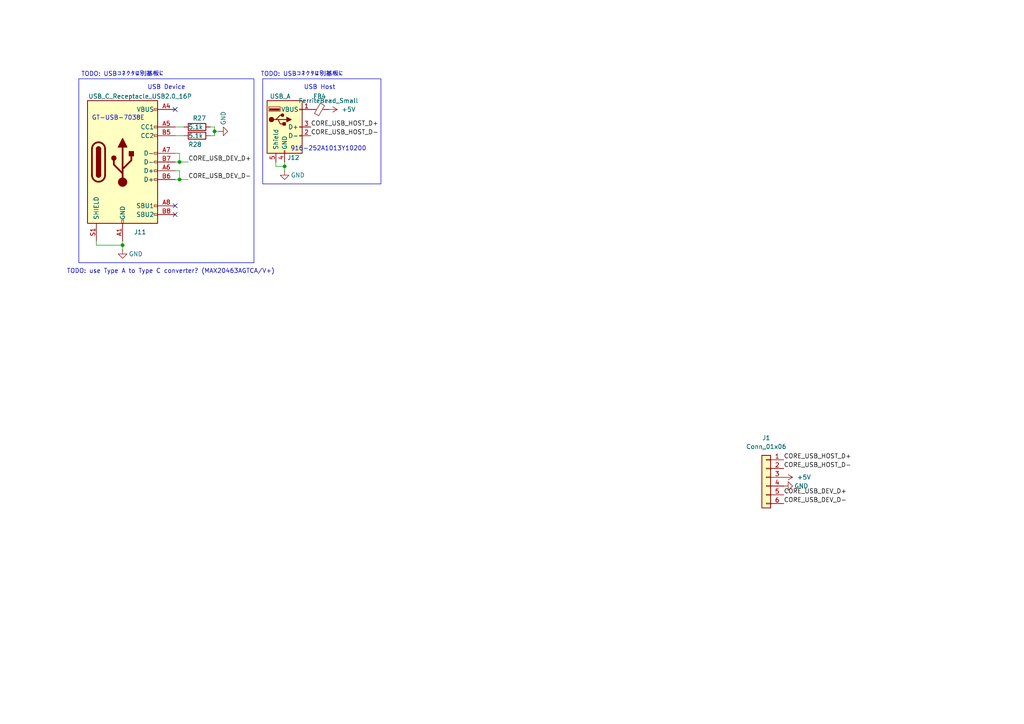
<source format=kicad_sch>
(kicad_sch
	(version 20250114)
	(generator "eeschema")
	(generator_version "9.0")
	(uuid "ac69fdb7-57fe-4d15-8dfd-e0ce770d99d6")
	(paper "A4")
	(lib_symbols
		(symbol "C_Quencer2-led-rescue:R-cqd_touch_pad"
			(pin_numbers
				(hide yes)
			)
			(pin_names
				(offset 0)
			)
			(exclude_from_sim no)
			(in_bom yes)
			(on_board yes)
			(property "Reference" "R"
				(at 2.032 0 90)
				(effects
					(font
						(size 1.27 1.27)
					)
				)
			)
			(property "Value" "cqd_touch_pad_R"
				(at 0 0 90)
				(effects
					(font
						(size 1.27 1.27)
					)
				)
			)
			(property "Footprint" ""
				(at -1.778 0 90)
				(effects
					(font
						(size 1.27 1.27)
					)
				)
			)
			(property "Datasheet" ""
				(at 0 0 0)
				(effects
					(font
						(size 1.27 1.27)
					)
				)
			)
			(property "Description" ""
				(at 0 0 0)
				(effects
					(font
						(size 1.27 1.27)
					)
					(hide yes)
				)
			)
			(property "ki_fp_filters" "R_* Resistor_*"
				(at 0 0 0)
				(effects
					(font
						(size 1.27 1.27)
					)
					(hide yes)
				)
			)
			(symbol "R-cqd_touch_pad_0_1"
				(rectangle
					(start -1.016 -2.54)
					(end 1.016 2.54)
					(stroke
						(width 0.254)
						(type solid)
					)
					(fill
						(type none)
					)
				)
			)
			(symbol "R-cqd_touch_pad_1_1"
				(pin passive line
					(at 0 3.81 270)
					(length 1.27)
					(name "~"
						(effects
							(font
								(size 1.27 1.27)
							)
						)
					)
					(number "1"
						(effects
							(font
								(size 1.27 1.27)
							)
						)
					)
				)
				(pin passive line
					(at 0 -3.81 90)
					(length 1.27)
					(name "~"
						(effects
							(font
								(size 1.27 1.27)
							)
						)
					)
					(number "2"
						(effects
							(font
								(size 1.27 1.27)
							)
						)
					)
				)
			)
			(embedded_fonts no)
		)
		(symbol "Connector:USB_A"
			(pin_names
				(offset 1.016)
			)
			(exclude_from_sim no)
			(in_bom yes)
			(on_board yes)
			(property "Reference" "J"
				(at -5.08 11.43 0)
				(effects
					(font
						(size 1.27 1.27)
					)
					(justify left)
				)
			)
			(property "Value" "USB_A"
				(at -5.08 8.89 0)
				(effects
					(font
						(size 1.27 1.27)
					)
					(justify left)
				)
			)
			(property "Footprint" ""
				(at 3.81 -1.27 0)
				(effects
					(font
						(size 1.27 1.27)
					)
					(hide yes)
				)
			)
			(property "Datasheet" "~"
				(at 3.81 -1.27 0)
				(effects
					(font
						(size 1.27 1.27)
					)
					(hide yes)
				)
			)
			(property "Description" "USB Type A connector"
				(at 0 0 0)
				(effects
					(font
						(size 1.27 1.27)
					)
					(hide yes)
				)
			)
			(property "ki_keywords" "connector USB"
				(at 0 0 0)
				(effects
					(font
						(size 1.27 1.27)
					)
					(hide yes)
				)
			)
			(property "ki_fp_filters" "USB*"
				(at 0 0 0)
				(effects
					(font
						(size 1.27 1.27)
					)
					(hide yes)
				)
			)
			(symbol "USB_A_0_1"
				(rectangle
					(start -5.08 -7.62)
					(end 5.08 7.62)
					(stroke
						(width 0.254)
						(type default)
					)
					(fill
						(type background)
					)
				)
				(circle
					(center -3.81 2.159)
					(radius 0.635)
					(stroke
						(width 0.254)
						(type default)
					)
					(fill
						(type outline)
					)
				)
				(polyline
					(pts
						(xy -3.175 2.159) (xy -2.54 2.159) (xy -1.27 3.429) (xy -0.635 3.429)
					)
					(stroke
						(width 0.254)
						(type default)
					)
					(fill
						(type none)
					)
				)
				(polyline
					(pts
						(xy -2.54 2.159) (xy -1.905 2.159) (xy -1.27 0.889) (xy 0 0.889)
					)
					(stroke
						(width 0.254)
						(type default)
					)
					(fill
						(type none)
					)
				)
				(rectangle
					(start -1.524 4.826)
					(end -4.318 5.334)
					(stroke
						(width 0)
						(type default)
					)
					(fill
						(type outline)
					)
				)
				(rectangle
					(start -1.27 4.572)
					(end -4.572 5.842)
					(stroke
						(width 0)
						(type default)
					)
					(fill
						(type none)
					)
				)
				(circle
					(center -0.635 3.429)
					(radius 0.381)
					(stroke
						(width 0.254)
						(type default)
					)
					(fill
						(type outline)
					)
				)
				(rectangle
					(start -0.127 -7.62)
					(end 0.127 -6.858)
					(stroke
						(width 0)
						(type default)
					)
					(fill
						(type none)
					)
				)
				(rectangle
					(start 0.254 1.27)
					(end -0.508 0.508)
					(stroke
						(width 0.254)
						(type default)
					)
					(fill
						(type outline)
					)
				)
				(polyline
					(pts
						(xy 0.635 2.794) (xy 0.635 1.524) (xy 1.905 2.159) (xy 0.635 2.794)
					)
					(stroke
						(width 0.254)
						(type default)
					)
					(fill
						(type outline)
					)
				)
				(rectangle
					(start 5.08 4.953)
					(end 4.318 5.207)
					(stroke
						(width 0)
						(type default)
					)
					(fill
						(type none)
					)
				)
				(rectangle
					(start 5.08 -0.127)
					(end 4.318 0.127)
					(stroke
						(width 0)
						(type default)
					)
					(fill
						(type none)
					)
				)
				(rectangle
					(start 5.08 -2.667)
					(end 4.318 -2.413)
					(stroke
						(width 0)
						(type default)
					)
					(fill
						(type none)
					)
				)
			)
			(symbol "USB_A_1_1"
				(polyline
					(pts
						(xy -1.905 2.159) (xy 0.635 2.159)
					)
					(stroke
						(width 0.254)
						(type default)
					)
					(fill
						(type none)
					)
				)
				(pin passive line
					(at -2.54 -10.16 90)
					(length 2.54)
					(name "Shield"
						(effects
							(font
								(size 1.27 1.27)
							)
						)
					)
					(number "5"
						(effects
							(font
								(size 1.27 1.27)
							)
						)
					)
				)
				(pin power_in line
					(at 0 -10.16 90)
					(length 2.54)
					(name "GND"
						(effects
							(font
								(size 1.27 1.27)
							)
						)
					)
					(number "4"
						(effects
							(font
								(size 1.27 1.27)
							)
						)
					)
				)
				(pin power_in line
					(at 7.62 5.08 180)
					(length 2.54)
					(name "VBUS"
						(effects
							(font
								(size 1.27 1.27)
							)
						)
					)
					(number "1"
						(effects
							(font
								(size 1.27 1.27)
							)
						)
					)
				)
				(pin bidirectional line
					(at 7.62 0 180)
					(length 2.54)
					(name "D+"
						(effects
							(font
								(size 1.27 1.27)
							)
						)
					)
					(number "3"
						(effects
							(font
								(size 1.27 1.27)
							)
						)
					)
				)
				(pin bidirectional line
					(at 7.62 -2.54 180)
					(length 2.54)
					(name "D-"
						(effects
							(font
								(size 1.27 1.27)
							)
						)
					)
					(number "2"
						(effects
							(font
								(size 1.27 1.27)
							)
						)
					)
				)
			)
			(embedded_fonts no)
		)
		(symbol "Connector:USB_C_Receptacle_USB2.0_16P"
			(pin_names
				(offset 1.016)
			)
			(exclude_from_sim no)
			(in_bom yes)
			(on_board yes)
			(property "Reference" "J"
				(at 0 22.225 0)
				(effects
					(font
						(size 1.27 1.27)
					)
				)
			)
			(property "Value" "USB_C_Receptacle_USB2.0_16P"
				(at 0 19.685 0)
				(effects
					(font
						(size 1.27 1.27)
					)
				)
			)
			(property "Footprint" ""
				(at 3.81 0 0)
				(effects
					(font
						(size 1.27 1.27)
					)
					(hide yes)
				)
			)
			(property "Datasheet" "https://www.usb.org/sites/default/files/documents/usb_type-c.zip"
				(at 3.81 0 0)
				(effects
					(font
						(size 1.27 1.27)
					)
					(hide yes)
				)
			)
			(property "Description" "USB 2.0-only 16P Type-C Receptacle connector"
				(at 0 0 0)
				(effects
					(font
						(size 1.27 1.27)
					)
					(hide yes)
				)
			)
			(property "ki_keywords" "usb universal serial bus type-C USB2.0"
				(at 0 0 0)
				(effects
					(font
						(size 1.27 1.27)
					)
					(hide yes)
				)
			)
			(property "ki_fp_filters" "USB*C*Receptacle*"
				(at 0 0 0)
				(effects
					(font
						(size 1.27 1.27)
					)
					(hide yes)
				)
			)
			(symbol "USB_C_Receptacle_USB2.0_16P_0_0"
				(rectangle
					(start -0.254 -17.78)
					(end 0.254 -16.764)
					(stroke
						(width 0)
						(type default)
					)
					(fill
						(type none)
					)
				)
				(rectangle
					(start 10.16 15.494)
					(end 9.144 14.986)
					(stroke
						(width 0)
						(type default)
					)
					(fill
						(type none)
					)
				)
				(rectangle
					(start 10.16 10.414)
					(end 9.144 9.906)
					(stroke
						(width 0)
						(type default)
					)
					(fill
						(type none)
					)
				)
				(rectangle
					(start 10.16 7.874)
					(end 9.144 7.366)
					(stroke
						(width 0)
						(type default)
					)
					(fill
						(type none)
					)
				)
				(rectangle
					(start 10.16 2.794)
					(end 9.144 2.286)
					(stroke
						(width 0)
						(type default)
					)
					(fill
						(type none)
					)
				)
				(rectangle
					(start 10.16 0.254)
					(end 9.144 -0.254)
					(stroke
						(width 0)
						(type default)
					)
					(fill
						(type none)
					)
				)
				(rectangle
					(start 10.16 -2.286)
					(end 9.144 -2.794)
					(stroke
						(width 0)
						(type default)
					)
					(fill
						(type none)
					)
				)
				(rectangle
					(start 10.16 -4.826)
					(end 9.144 -5.334)
					(stroke
						(width 0)
						(type default)
					)
					(fill
						(type none)
					)
				)
				(rectangle
					(start 10.16 -12.446)
					(end 9.144 -12.954)
					(stroke
						(width 0)
						(type default)
					)
					(fill
						(type none)
					)
				)
				(rectangle
					(start 10.16 -14.986)
					(end 9.144 -15.494)
					(stroke
						(width 0)
						(type default)
					)
					(fill
						(type none)
					)
				)
			)
			(symbol "USB_C_Receptacle_USB2.0_16P_0_1"
				(rectangle
					(start -10.16 17.78)
					(end 10.16 -17.78)
					(stroke
						(width 0.254)
						(type default)
					)
					(fill
						(type background)
					)
				)
				(polyline
					(pts
						(xy -8.89 -3.81) (xy -8.89 3.81)
					)
					(stroke
						(width 0.508)
						(type default)
					)
					(fill
						(type none)
					)
				)
				(rectangle
					(start -7.62 -3.81)
					(end -6.35 3.81)
					(stroke
						(width 0.254)
						(type default)
					)
					(fill
						(type outline)
					)
				)
				(arc
					(start -7.62 3.81)
					(mid -6.985 4.4423)
					(end -6.35 3.81)
					(stroke
						(width 0.254)
						(type default)
					)
					(fill
						(type none)
					)
				)
				(arc
					(start -7.62 3.81)
					(mid -6.985 4.4423)
					(end -6.35 3.81)
					(stroke
						(width 0.254)
						(type default)
					)
					(fill
						(type outline)
					)
				)
				(arc
					(start -8.89 3.81)
					(mid -6.985 5.7067)
					(end -5.08 3.81)
					(stroke
						(width 0.508)
						(type default)
					)
					(fill
						(type none)
					)
				)
				(arc
					(start -5.08 -3.81)
					(mid -6.985 -5.7067)
					(end -8.89 -3.81)
					(stroke
						(width 0.508)
						(type default)
					)
					(fill
						(type none)
					)
				)
				(arc
					(start -6.35 -3.81)
					(mid -6.985 -4.4423)
					(end -7.62 -3.81)
					(stroke
						(width 0.254)
						(type default)
					)
					(fill
						(type none)
					)
				)
				(arc
					(start -6.35 -3.81)
					(mid -6.985 -4.4423)
					(end -7.62 -3.81)
					(stroke
						(width 0.254)
						(type default)
					)
					(fill
						(type outline)
					)
				)
				(polyline
					(pts
						(xy -5.08 3.81) (xy -5.08 -3.81)
					)
					(stroke
						(width 0.508)
						(type default)
					)
					(fill
						(type none)
					)
				)
				(circle
					(center -2.54 1.143)
					(radius 0.635)
					(stroke
						(width 0.254)
						(type default)
					)
					(fill
						(type outline)
					)
				)
				(polyline
					(pts
						(xy -1.27 4.318) (xy 0 6.858) (xy 1.27 4.318) (xy -1.27 4.318)
					)
					(stroke
						(width 0.254)
						(type default)
					)
					(fill
						(type outline)
					)
				)
				(polyline
					(pts
						(xy 0 -2.032) (xy 2.54 0.508) (xy 2.54 1.778)
					)
					(stroke
						(width 0.508)
						(type default)
					)
					(fill
						(type none)
					)
				)
				(polyline
					(pts
						(xy 0 -3.302) (xy -2.54 -0.762) (xy -2.54 0.508)
					)
					(stroke
						(width 0.508)
						(type default)
					)
					(fill
						(type none)
					)
				)
				(polyline
					(pts
						(xy 0 -5.842) (xy 0 4.318)
					)
					(stroke
						(width 0.508)
						(type default)
					)
					(fill
						(type none)
					)
				)
				(circle
					(center 0 -5.842)
					(radius 1.27)
					(stroke
						(width 0)
						(type default)
					)
					(fill
						(type outline)
					)
				)
				(rectangle
					(start 1.905 1.778)
					(end 3.175 3.048)
					(stroke
						(width 0.254)
						(type default)
					)
					(fill
						(type outline)
					)
				)
			)
			(symbol "USB_C_Receptacle_USB2.0_16P_1_1"
				(pin passive line
					(at -7.62 -22.86 90)
					(length 5.08)
					(name "SHIELD"
						(effects
							(font
								(size 1.27 1.27)
							)
						)
					)
					(number "S1"
						(effects
							(font
								(size 1.27 1.27)
							)
						)
					)
				)
				(pin passive line
					(at 0 -22.86 90)
					(length 5.08)
					(name "GND"
						(effects
							(font
								(size 1.27 1.27)
							)
						)
					)
					(number "A1"
						(effects
							(font
								(size 1.27 1.27)
							)
						)
					)
				)
				(pin passive line
					(at 0 -22.86 90)
					(length 5.08)
					(hide yes)
					(name "GND"
						(effects
							(font
								(size 1.27 1.27)
							)
						)
					)
					(number "A12"
						(effects
							(font
								(size 1.27 1.27)
							)
						)
					)
				)
				(pin passive line
					(at 0 -22.86 90)
					(length 5.08)
					(hide yes)
					(name "GND"
						(effects
							(font
								(size 1.27 1.27)
							)
						)
					)
					(number "B1"
						(effects
							(font
								(size 1.27 1.27)
							)
						)
					)
				)
				(pin passive line
					(at 0 -22.86 90)
					(length 5.08)
					(hide yes)
					(name "GND"
						(effects
							(font
								(size 1.27 1.27)
							)
						)
					)
					(number "B12"
						(effects
							(font
								(size 1.27 1.27)
							)
						)
					)
				)
				(pin passive line
					(at 15.24 15.24 180)
					(length 5.08)
					(name "VBUS"
						(effects
							(font
								(size 1.27 1.27)
							)
						)
					)
					(number "A4"
						(effects
							(font
								(size 1.27 1.27)
							)
						)
					)
				)
				(pin passive line
					(at 15.24 15.24 180)
					(length 5.08)
					(hide yes)
					(name "VBUS"
						(effects
							(font
								(size 1.27 1.27)
							)
						)
					)
					(number "A9"
						(effects
							(font
								(size 1.27 1.27)
							)
						)
					)
				)
				(pin passive line
					(at 15.24 15.24 180)
					(length 5.08)
					(hide yes)
					(name "VBUS"
						(effects
							(font
								(size 1.27 1.27)
							)
						)
					)
					(number "B4"
						(effects
							(font
								(size 1.27 1.27)
							)
						)
					)
				)
				(pin passive line
					(at 15.24 15.24 180)
					(length 5.08)
					(hide yes)
					(name "VBUS"
						(effects
							(font
								(size 1.27 1.27)
							)
						)
					)
					(number "B9"
						(effects
							(font
								(size 1.27 1.27)
							)
						)
					)
				)
				(pin bidirectional line
					(at 15.24 10.16 180)
					(length 5.08)
					(name "CC1"
						(effects
							(font
								(size 1.27 1.27)
							)
						)
					)
					(number "A5"
						(effects
							(font
								(size 1.27 1.27)
							)
						)
					)
				)
				(pin bidirectional line
					(at 15.24 7.62 180)
					(length 5.08)
					(name "CC2"
						(effects
							(font
								(size 1.27 1.27)
							)
						)
					)
					(number "B5"
						(effects
							(font
								(size 1.27 1.27)
							)
						)
					)
				)
				(pin bidirectional line
					(at 15.24 2.54 180)
					(length 5.08)
					(name "D-"
						(effects
							(font
								(size 1.27 1.27)
							)
						)
					)
					(number "A7"
						(effects
							(font
								(size 1.27 1.27)
							)
						)
					)
				)
				(pin bidirectional line
					(at 15.24 0 180)
					(length 5.08)
					(name "D-"
						(effects
							(font
								(size 1.27 1.27)
							)
						)
					)
					(number "B7"
						(effects
							(font
								(size 1.27 1.27)
							)
						)
					)
				)
				(pin bidirectional line
					(at 15.24 -2.54 180)
					(length 5.08)
					(name "D+"
						(effects
							(font
								(size 1.27 1.27)
							)
						)
					)
					(number "A6"
						(effects
							(font
								(size 1.27 1.27)
							)
						)
					)
				)
				(pin bidirectional line
					(at 15.24 -5.08 180)
					(length 5.08)
					(name "D+"
						(effects
							(font
								(size 1.27 1.27)
							)
						)
					)
					(number "B6"
						(effects
							(font
								(size 1.27 1.27)
							)
						)
					)
				)
				(pin bidirectional line
					(at 15.24 -12.7 180)
					(length 5.08)
					(name "SBU1"
						(effects
							(font
								(size 1.27 1.27)
							)
						)
					)
					(number "A8"
						(effects
							(font
								(size 1.27 1.27)
							)
						)
					)
				)
				(pin bidirectional line
					(at 15.24 -15.24 180)
					(length 5.08)
					(name "SBU2"
						(effects
							(font
								(size 1.27 1.27)
							)
						)
					)
					(number "B8"
						(effects
							(font
								(size 1.27 1.27)
							)
						)
					)
				)
			)
			(embedded_fonts no)
		)
		(symbol "Connector_Generic:Conn_01x06"
			(pin_names
				(offset 1.016)
				(hide yes)
			)
			(exclude_from_sim no)
			(in_bom yes)
			(on_board yes)
			(property "Reference" "J"
				(at 0 7.62 0)
				(effects
					(font
						(size 1.27 1.27)
					)
				)
			)
			(property "Value" "Conn_01x06"
				(at 0 -10.16 0)
				(effects
					(font
						(size 1.27 1.27)
					)
				)
			)
			(property "Footprint" ""
				(at 0 0 0)
				(effects
					(font
						(size 1.27 1.27)
					)
					(hide yes)
				)
			)
			(property "Datasheet" "~"
				(at 0 0 0)
				(effects
					(font
						(size 1.27 1.27)
					)
					(hide yes)
				)
			)
			(property "Description" "Generic connector, single row, 01x06, script generated (kicad-library-utils/schlib/autogen/connector/)"
				(at 0 0 0)
				(effects
					(font
						(size 1.27 1.27)
					)
					(hide yes)
				)
			)
			(property "ki_keywords" "connector"
				(at 0 0 0)
				(effects
					(font
						(size 1.27 1.27)
					)
					(hide yes)
				)
			)
			(property "ki_fp_filters" "Connector*:*_1x??_*"
				(at 0 0 0)
				(effects
					(font
						(size 1.27 1.27)
					)
					(hide yes)
				)
			)
			(symbol "Conn_01x06_1_1"
				(rectangle
					(start -1.27 6.35)
					(end 1.27 -8.89)
					(stroke
						(width 0.254)
						(type default)
					)
					(fill
						(type background)
					)
				)
				(rectangle
					(start -1.27 5.207)
					(end 0 4.953)
					(stroke
						(width 0.1524)
						(type default)
					)
					(fill
						(type none)
					)
				)
				(rectangle
					(start -1.27 2.667)
					(end 0 2.413)
					(stroke
						(width 0.1524)
						(type default)
					)
					(fill
						(type none)
					)
				)
				(rectangle
					(start -1.27 0.127)
					(end 0 -0.127)
					(stroke
						(width 0.1524)
						(type default)
					)
					(fill
						(type none)
					)
				)
				(rectangle
					(start -1.27 -2.413)
					(end 0 -2.667)
					(stroke
						(width 0.1524)
						(type default)
					)
					(fill
						(type none)
					)
				)
				(rectangle
					(start -1.27 -4.953)
					(end 0 -5.207)
					(stroke
						(width 0.1524)
						(type default)
					)
					(fill
						(type none)
					)
				)
				(rectangle
					(start -1.27 -7.493)
					(end 0 -7.747)
					(stroke
						(width 0.1524)
						(type default)
					)
					(fill
						(type none)
					)
				)
				(pin passive line
					(at -5.08 5.08 0)
					(length 3.81)
					(name "Pin_1"
						(effects
							(font
								(size 1.27 1.27)
							)
						)
					)
					(number "1"
						(effects
							(font
								(size 1.27 1.27)
							)
						)
					)
				)
				(pin passive line
					(at -5.08 2.54 0)
					(length 3.81)
					(name "Pin_2"
						(effects
							(font
								(size 1.27 1.27)
							)
						)
					)
					(number "2"
						(effects
							(font
								(size 1.27 1.27)
							)
						)
					)
				)
				(pin passive line
					(at -5.08 0 0)
					(length 3.81)
					(name "Pin_3"
						(effects
							(font
								(size 1.27 1.27)
							)
						)
					)
					(number "3"
						(effects
							(font
								(size 1.27 1.27)
							)
						)
					)
				)
				(pin passive line
					(at -5.08 -2.54 0)
					(length 3.81)
					(name "Pin_4"
						(effects
							(font
								(size 1.27 1.27)
							)
						)
					)
					(number "4"
						(effects
							(font
								(size 1.27 1.27)
							)
						)
					)
				)
				(pin passive line
					(at -5.08 -5.08 0)
					(length 3.81)
					(name "Pin_5"
						(effects
							(font
								(size 1.27 1.27)
							)
						)
					)
					(number "5"
						(effects
							(font
								(size 1.27 1.27)
							)
						)
					)
				)
				(pin passive line
					(at -5.08 -7.62 0)
					(length 3.81)
					(name "Pin_6"
						(effects
							(font
								(size 1.27 1.27)
							)
						)
					)
					(number "6"
						(effects
							(font
								(size 1.27 1.27)
							)
						)
					)
				)
			)
			(embedded_fonts no)
		)
		(symbol "Device:FerriteBead_Small"
			(pin_numbers
				(hide yes)
			)
			(pin_names
				(offset 0)
			)
			(exclude_from_sim no)
			(in_bom yes)
			(on_board yes)
			(property "Reference" "FB"
				(at 1.905 1.27 0)
				(effects
					(font
						(size 1.27 1.27)
					)
					(justify left)
				)
			)
			(property "Value" "FerriteBead_Small"
				(at 1.905 -1.27 0)
				(effects
					(font
						(size 1.27 1.27)
					)
					(justify left)
				)
			)
			(property "Footprint" ""
				(at -1.778 0 90)
				(effects
					(font
						(size 1.27 1.27)
					)
					(hide yes)
				)
			)
			(property "Datasheet" "~"
				(at 0 0 0)
				(effects
					(font
						(size 1.27 1.27)
					)
					(hide yes)
				)
			)
			(property "Description" "Ferrite bead, small symbol"
				(at 0 0 0)
				(effects
					(font
						(size 1.27 1.27)
					)
					(hide yes)
				)
			)
			(property "ki_keywords" "L ferrite bead inductor filter"
				(at 0 0 0)
				(effects
					(font
						(size 1.27 1.27)
					)
					(hide yes)
				)
			)
			(property "ki_fp_filters" "Inductor_* L_* *Ferrite*"
				(at 0 0 0)
				(effects
					(font
						(size 1.27 1.27)
					)
					(hide yes)
				)
			)
			(symbol "FerriteBead_Small_0_1"
				(polyline
					(pts
						(xy -1.8288 0.2794) (xy -1.1176 1.4986) (xy 1.8288 -0.2032) (xy 1.1176 -1.4224) (xy -1.8288 0.2794)
					)
					(stroke
						(width 0)
						(type default)
					)
					(fill
						(type none)
					)
				)
				(polyline
					(pts
						(xy 0 0.889) (xy 0 1.2954)
					)
					(stroke
						(width 0)
						(type default)
					)
					(fill
						(type none)
					)
				)
				(polyline
					(pts
						(xy 0 -1.27) (xy 0 -0.7874)
					)
					(stroke
						(width 0)
						(type default)
					)
					(fill
						(type none)
					)
				)
			)
			(symbol "FerriteBead_Small_1_1"
				(pin passive line
					(at 0 2.54 270)
					(length 1.27)
					(name "~"
						(effects
							(font
								(size 1.27 1.27)
							)
						)
					)
					(number "1"
						(effects
							(font
								(size 1.27 1.27)
							)
						)
					)
				)
				(pin passive line
					(at 0 -2.54 90)
					(length 1.27)
					(name "~"
						(effects
							(font
								(size 1.27 1.27)
							)
						)
					)
					(number "2"
						(effects
							(font
								(size 1.27 1.27)
							)
						)
					)
				)
			)
			(embedded_fonts no)
		)
		(symbol "power:+5V"
			(power)
			(pin_numbers
				(hide yes)
			)
			(pin_names
				(offset 0)
				(hide yes)
			)
			(exclude_from_sim no)
			(in_bom yes)
			(on_board yes)
			(property "Reference" "#PWR"
				(at 0 -3.81 0)
				(effects
					(font
						(size 1.27 1.27)
					)
					(hide yes)
				)
			)
			(property "Value" "+5V"
				(at 0 3.556 0)
				(effects
					(font
						(size 1.27 1.27)
					)
				)
			)
			(property "Footprint" ""
				(at 0 0 0)
				(effects
					(font
						(size 1.27 1.27)
					)
					(hide yes)
				)
			)
			(property "Datasheet" ""
				(at 0 0 0)
				(effects
					(font
						(size 1.27 1.27)
					)
					(hide yes)
				)
			)
			(property "Description" "Power symbol creates a global label with name \"+5V\""
				(at 0 0 0)
				(effects
					(font
						(size 1.27 1.27)
					)
					(hide yes)
				)
			)
			(property "ki_keywords" "global power"
				(at 0 0 0)
				(effects
					(font
						(size 1.27 1.27)
					)
					(hide yes)
				)
			)
			(symbol "+5V_0_1"
				(polyline
					(pts
						(xy -0.762 1.27) (xy 0 2.54)
					)
					(stroke
						(width 0)
						(type default)
					)
					(fill
						(type none)
					)
				)
				(polyline
					(pts
						(xy 0 2.54) (xy 0.762 1.27)
					)
					(stroke
						(width 0)
						(type default)
					)
					(fill
						(type none)
					)
				)
				(polyline
					(pts
						(xy 0 0) (xy 0 2.54)
					)
					(stroke
						(width 0)
						(type default)
					)
					(fill
						(type none)
					)
				)
			)
			(symbol "+5V_1_1"
				(pin power_in line
					(at 0 0 90)
					(length 0)
					(name "~"
						(effects
							(font
								(size 1.27 1.27)
							)
						)
					)
					(number "1"
						(effects
							(font
								(size 1.27 1.27)
							)
						)
					)
				)
			)
			(embedded_fonts no)
		)
		(symbol "power:GND"
			(power)
			(pin_numbers
				(hide yes)
			)
			(pin_names
				(offset 0)
				(hide yes)
			)
			(exclude_from_sim no)
			(in_bom yes)
			(on_board yes)
			(property "Reference" "#PWR"
				(at 0 -6.35 0)
				(effects
					(font
						(size 1.27 1.27)
					)
					(hide yes)
				)
			)
			(property "Value" "GND"
				(at 0 -3.81 0)
				(effects
					(font
						(size 1.27 1.27)
					)
				)
			)
			(property "Footprint" ""
				(at 0 0 0)
				(effects
					(font
						(size 1.27 1.27)
					)
					(hide yes)
				)
			)
			(property "Datasheet" ""
				(at 0 0 0)
				(effects
					(font
						(size 1.27 1.27)
					)
					(hide yes)
				)
			)
			(property "Description" "Power symbol creates a global label with name \"GND\" , ground"
				(at 0 0 0)
				(effects
					(font
						(size 1.27 1.27)
					)
					(hide yes)
				)
			)
			(property "ki_keywords" "global power"
				(at 0 0 0)
				(effects
					(font
						(size 1.27 1.27)
					)
					(hide yes)
				)
			)
			(symbol "GND_0_1"
				(polyline
					(pts
						(xy 0 0) (xy 0 -1.27) (xy 1.27 -1.27) (xy 0 -2.54) (xy -1.27 -1.27) (xy 0 -1.27)
					)
					(stroke
						(width 0)
						(type default)
					)
					(fill
						(type none)
					)
				)
			)
			(symbol "GND_1_1"
				(pin power_in line
					(at 0 0 270)
					(length 0)
					(name "~"
						(effects
							(font
								(size 1.27 1.27)
							)
						)
					)
					(number "1"
						(effects
							(font
								(size 1.27 1.27)
							)
						)
					)
				)
			)
			(embedded_fonts no)
		)
	)
	(rectangle
		(start 22.86 22.86)
		(end 73.66 76.2)
		(stroke
			(width 0)
			(type default)
		)
		(fill
			(type none)
		)
		(uuid 3b8b20c7-4928-47a8-b9e2-5a001b30f616)
	)
	(rectangle
		(start 76.2 22.86)
		(end 110.49 53.34)
		(stroke
			(width 0)
			(type default)
		)
		(fill
			(type none)
		)
		(uuid a24168a5-4837-4daa-8ffa-dea5f7458836)
	)
	(text "916-252A1013Y10200"
		(exclude_from_sim no)
		(at 95.25 43.18 0)
		(effects
			(font
				(size 1.27 1.27)
			)
		)
		(uuid "1da6d6f4-df0d-485a-9c36-2aae0c0e7d73")
	)
	(text "USB Device"
		(exclude_from_sim no)
		(at 48.26 25.4 0)
		(effects
			(font
				(size 1.27 1.27)
			)
		)
		(uuid "3cab4f49-e72b-4254-af71-e7a5fd024a57")
	)
	(text "USB Host"
		(exclude_from_sim no)
		(at 92.71 25.4 0)
		(effects
			(font
				(size 1.27 1.27)
			)
		)
		(uuid "4977afa6-092e-42b6-8e70-4d6f8833c6ac")
	)
	(text "TODO: use Type A to Type C converter? (MAX20463AGTCA/V+)"
		(exclude_from_sim no)
		(at 49.53 78.74 0)
		(effects
			(font
				(size 1.27 1.27)
			)
		)
		(uuid "b2630eed-e286-40c4-baea-680e634f0b23")
	)
	(text "GT-USB-7038E"
		(exclude_from_sim no)
		(at 34.29 34.29 0)
		(effects
			(font
				(size 1.27 1.27)
			)
		)
		(uuid "d1db61b1-16dd-42d7-bdb4-5e58adbb30db")
	)
	(text "TODO: USBコネクタは別基板に\n"
		(exclude_from_sim no)
		(at 87.63 21.59 0)
		(effects
			(font
				(size 1.27 1.27)
			)
		)
		(uuid "d48bbf75-113e-4c8b-be72-a7bd54c48eb4")
	)
	(text "TODO: USBコネクタは別基板に\n"
		(exclude_from_sim no)
		(at 35.56 21.59 0)
		(effects
			(font
				(size 1.27 1.27)
			)
		)
		(uuid "dc2ced15-c312-4cce-819c-cc4c50d559d1")
	)
	(junction
		(at 35.56 71.12)
		(diameter 0)
		(color 0 0 0 0)
		(uuid "0e971086-f93e-4bcd-992d-e3e7c9d53707")
	)
	(junction
		(at 52.07 52.07)
		(diameter 0)
		(color 0 0 0 0)
		(uuid "3cd998d7-5815-4452-bcf2-dc58ed7b4dde")
	)
	(junction
		(at 52.07 46.99)
		(diameter 0)
		(color 0 0 0 0)
		(uuid "512bcd70-9390-44c6-9644-f68672c0e4b7")
	)
	(junction
		(at 82.55 48.26)
		(diameter 0)
		(color 0 0 0 0)
		(uuid "646560aa-50e7-4086-9a35-c5931db3868b")
	)
	(junction
		(at 62.23 38.1)
		(diameter 0)
		(color 0 0 0 0)
		(uuid "ed1ac6a0-1c7b-401b-8dec-857e92b24389")
	)
	(no_connect
		(at 50.8 59.69)
		(uuid "9b954e75-b9d4-4355-bacc-150a4867e8b2")
	)
	(no_connect
		(at 50.8 31.75)
		(uuid "d9c4120c-4369-46c3-933d-4ece4a6f085c")
	)
	(no_connect
		(at 50.8 62.23)
		(uuid "ee41ea5f-6749-4fff-9d86-36b46c723854")
	)
	(wire
		(pts
			(xy 50.8 36.83) (xy 53.34 36.83)
		)
		(stroke
			(width 0)
			(type default)
		)
		(uuid "0129c76f-00b0-4024-9d40-c72d2947191a")
	)
	(wire
		(pts
			(xy 82.55 48.26) (xy 82.55 49.53)
		)
		(stroke
			(width 0)
			(type default)
		)
		(uuid "098fc70b-12af-4f1b-b1cc-a0041f275cfa")
	)
	(wire
		(pts
			(xy 50.8 52.07) (xy 52.07 52.07)
		)
		(stroke
			(width 0)
			(type default)
		)
		(uuid "0bbee88b-8b32-4f57-921a-0b3cc67fbb53")
	)
	(wire
		(pts
			(xy 60.96 36.83) (xy 62.23 36.83)
		)
		(stroke
			(width 0)
			(type default)
		)
		(uuid "3bbf5278-fca6-4f4e-a006-c5b003dc9c51")
	)
	(wire
		(pts
			(xy 80.01 48.26) (xy 82.55 48.26)
		)
		(stroke
			(width 0)
			(type default)
		)
		(uuid "3e4a2b1b-ba17-4660-b247-1078ab0f13a7")
	)
	(wire
		(pts
			(xy 27.94 69.85) (xy 27.94 71.12)
		)
		(stroke
			(width 0)
			(type default)
		)
		(uuid "43f6dbfe-bfb0-4c3a-827c-bab990c0ea6e")
	)
	(wire
		(pts
			(xy 62.23 36.83) (xy 62.23 38.1)
		)
		(stroke
			(width 0)
			(type default)
		)
		(uuid "46acf9e4-22fc-4dc2-98f6-3996067e3a03")
	)
	(wire
		(pts
			(xy 82.55 46.99) (xy 82.55 48.26)
		)
		(stroke
			(width 0)
			(type default)
		)
		(uuid "514e6f75-b824-41e1-badf-4516bc31725a")
	)
	(wire
		(pts
			(xy 50.8 46.99) (xy 52.07 46.99)
		)
		(stroke
			(width 0)
			(type default)
		)
		(uuid "6a35f7b9-d8ed-43c9-9fb0-3aaac3db7e63")
	)
	(wire
		(pts
			(xy 80.01 46.99) (xy 80.01 48.26)
		)
		(stroke
			(width 0)
			(type default)
		)
		(uuid "6bb319da-9bae-445d-9304-b118a15f0ae0")
	)
	(wire
		(pts
			(xy 52.07 44.45) (xy 52.07 46.99)
		)
		(stroke
			(width 0)
			(type default)
		)
		(uuid "6ccba467-ac5f-41cd-b5cc-b0d5fec6f38f")
	)
	(wire
		(pts
			(xy 50.8 44.45) (xy 52.07 44.45)
		)
		(stroke
			(width 0)
			(type default)
		)
		(uuid "a840dcf1-56af-4c98-8a01-604f9cb1da9c")
	)
	(wire
		(pts
			(xy 62.23 39.37) (xy 60.96 39.37)
		)
		(stroke
			(width 0)
			(type default)
		)
		(uuid "bd1803d6-a08d-4c7a-b1ff-61c1eaa59e75")
	)
	(wire
		(pts
			(xy 62.23 38.1) (xy 63.5 38.1)
		)
		(stroke
			(width 0)
			(type default)
		)
		(uuid "c2ff142f-03e5-49ef-a223-c4e2c3b354d0")
	)
	(wire
		(pts
			(xy 35.56 71.12) (xy 35.56 72.39)
		)
		(stroke
			(width 0)
			(type default)
		)
		(uuid "cfa6a509-6223-45e8-a406-6b74738b61bd")
	)
	(wire
		(pts
			(xy 52.07 49.53) (xy 52.07 52.07)
		)
		(stroke
			(width 0)
			(type default)
		)
		(uuid "d54ff3d4-fd4d-41ea-b5b7-1d034006a404")
	)
	(wire
		(pts
			(xy 35.56 69.85) (xy 35.56 71.12)
		)
		(stroke
			(width 0)
			(type default)
		)
		(uuid "d6f866b0-344a-409b-8bb1-d05f67b610fd")
	)
	(wire
		(pts
			(xy 52.07 52.07) (xy 54.61 52.07)
		)
		(stroke
			(width 0)
			(type default)
		)
		(uuid "e2e52c5d-a6d6-4a66-986a-ef49db9678e5")
	)
	(wire
		(pts
			(xy 50.8 39.37) (xy 53.34 39.37)
		)
		(stroke
			(width 0)
			(type default)
		)
		(uuid "ec6dc28f-74dc-4a90-ad64-c29d4ef68a4c")
	)
	(wire
		(pts
			(xy 27.94 71.12) (xy 35.56 71.12)
		)
		(stroke
			(width 0)
			(type default)
		)
		(uuid "ed7237b7-b99a-4e3d-9f8c-10bf50f53f1a")
	)
	(wire
		(pts
			(xy 62.23 38.1) (xy 62.23 39.37)
		)
		(stroke
			(width 0)
			(type default)
		)
		(uuid "f1676b53-7b13-4a66-8644-0e3f93e5d9c7")
	)
	(wire
		(pts
			(xy 52.07 46.99) (xy 54.61 46.99)
		)
		(stroke
			(width 0)
			(type default)
		)
		(uuid "fdcccee1-0762-4541-b103-6d45b1c27d8b")
	)
	(wire
		(pts
			(xy 50.8 49.53) (xy 52.07 49.53)
		)
		(stroke
			(width 0)
			(type default)
		)
		(uuid "fe722ed9-d22f-4d64-8d48-9a65928eda63")
	)
	(label "CORE_USB_DEV_D+"
		(at 227.33 143.51 0)
		(effects
			(font
				(size 1.27 1.27)
			)
			(justify left bottom)
		)
		(uuid "27aeea2d-7105-4dbe-9211-09bfa3fce4cf")
	)
	(label "CORE_USB_DEV_D-"
		(at 227.33 146.05 0)
		(effects
			(font
				(size 1.27 1.27)
			)
			(justify left bottom)
		)
		(uuid "6f225077-550b-46dd-9b88-ace45888a170")
	)
	(label "CORE_USB_HOST_D+"
		(at 227.33 133.35 0)
		(effects
			(font
				(size 1.27 1.27)
			)
			(justify left bottom)
		)
		(uuid "bd081aa1-f3eb-4a3a-9d1a-31943891044d")
	)
	(label "CORE_USB_HOST_D-"
		(at 90.17 39.37 0)
		(effects
			(font
				(size 1.27 1.27)
			)
			(justify left bottom)
		)
		(uuid "d501ac0e-1276-455d-a301-7b83cacbc611")
	)
	(label "CORE_USB_HOST_D+"
		(at 90.17 36.83 0)
		(effects
			(font
				(size 1.27 1.27)
			)
			(justify left bottom)
		)
		(uuid "d77373d5-fb49-456b-bb95-1eb1a165e124")
	)
	(label "CORE_USB_DEV_D+"
		(at 54.61 46.99 0)
		(effects
			(font
				(size 1.27 1.27)
			)
			(justify left bottom)
		)
		(uuid "e4bd612f-566c-4ac8-b23d-0dfab6f1a1b0")
	)
	(label "CORE_USB_HOST_D-"
		(at 227.33 135.89 0)
		(effects
			(font
				(size 1.27 1.27)
			)
			(justify left bottom)
		)
		(uuid "e6aedb59-b467-47d3-8ff5-b03b1b96e9b2")
	)
	(label "CORE_USB_DEV_D-"
		(at 54.61 52.07 0)
		(effects
			(font
				(size 1.27 1.27)
			)
			(justify left bottom)
		)
		(uuid "fc6d9806-504a-4942-a02c-d6a74a9532d7")
	)
	(symbol
		(lib_id "power:+5V")
		(at 227.33 138.43 270)
		(unit 1)
		(exclude_from_sim no)
		(in_bom yes)
		(on_board yes)
		(dnp no)
		(fields_autoplaced yes)
		(uuid "1dc13592-e44f-41a1-b8fb-07112900cf18")
		(property "Reference" "#PWR02"
			(at 223.52 138.43 0)
			(effects
				(font
					(size 1.27 1.27)
				)
				(hide yes)
			)
		)
		(property "Value" "+5V"
			(at 231.14 138.4299 90)
			(effects
				(font
					(size 1.27 1.27)
				)
				(justify left)
			)
		)
		(property "Footprint" ""
			(at 227.33 138.43 0)
			(effects
				(font
					(size 1.27 1.27)
				)
				(hide yes)
			)
		)
		(property "Datasheet" ""
			(at 227.33 138.43 0)
			(effects
				(font
					(size 1.27 1.27)
				)
				(hide yes)
			)
		)
		(property "Description" "Power symbol creates a global label with name \"+5V\""
			(at 227.33 138.43 0)
			(effects
				(font
					(size 1.27 1.27)
				)
				(hide yes)
			)
		)
		(pin "1"
			(uuid "a2cc0831-1085-468f-83f2-f88642001b63")
		)
		(instances
			(project "igb01_usb"
				(path "/ac69fdb7-57fe-4d15-8dfd-e0ce770d99d6"
					(reference "#PWR02")
					(unit 1)
				)
			)
		)
	)
	(symbol
		(lib_id "Connector_Generic:Conn_01x06")
		(at 222.25 138.43 0)
		(mirror y)
		(unit 1)
		(exclude_from_sim no)
		(in_bom yes)
		(on_board yes)
		(dnp no)
		(fields_autoplaced yes)
		(uuid "7439ef06-bd6e-49e2-bd10-c2a30ec575ec")
		(property "Reference" "J1"
			(at 222.25 127 0)
			(effects
				(font
					(size 1.27 1.27)
				)
			)
		)
		(property "Value" "Conn_01x06"
			(at 222.25 129.54 0)
			(effects
				(font
					(size 1.27 1.27)
				)
			)
		)
		(property "Footprint" ""
			(at 222.25 138.43 0)
			(effects
				(font
					(size 1.27 1.27)
				)
				(hide yes)
			)
		)
		(property "Datasheet" "~"
			(at 222.25 138.43 0)
			(effects
				(font
					(size 1.27 1.27)
				)
				(hide yes)
			)
		)
		(property "Description" "Generic connector, single row, 01x06, script generated (kicad-library-utils/schlib/autogen/connector/)"
			(at 222.25 138.43 0)
			(effects
				(font
					(size 1.27 1.27)
				)
				(hide yes)
			)
		)
		(pin "1"
			(uuid "cda0a067-f617-44c6-a43b-37142df57558")
		)
		(pin "2"
			(uuid "b8b49967-cf1c-4a16-9cab-f05bde68c0e2")
		)
		(pin "3"
			(uuid "3d846ad0-6d4c-4440-a016-2235cc3fc190")
		)
		(pin "5"
			(uuid "99462b6d-1dd0-40f1-a7ea-c1fd2bfe10bd")
		)
		(pin "6"
			(uuid "3caa0921-4b83-4dd3-8d75-aad661f86966")
		)
		(pin "4"
			(uuid "2883c6f9-5a49-4c9d-8deb-0a28fdc30dc3")
		)
		(instances
			(project ""
				(path "/ac69fdb7-57fe-4d15-8dfd-e0ce770d99d6"
					(reference "J1")
					(unit 1)
				)
			)
		)
	)
	(symbol
		(lib_id "C_Quencer2-led-rescue:R-cqd_touch_pad")
		(at 57.15 36.83 270)
		(unit 1)
		(exclude_from_sim no)
		(in_bom yes)
		(on_board yes)
		(dnp no)
		(uuid "7e558e75-eab6-48b3-a93f-033da167d1bf")
		(property "Reference" "R27"
			(at 55.88 34.29 90)
			(effects
				(font
					(size 1.27 1.27)
				)
				(justify left)
			)
		)
		(property "Value" "5.1k"
			(at 54.61 36.83 90)
			(effects
				(font
					(size 1.27 1.27)
				)
				(justify left)
			)
		)
		(property "Footprint" "Resistor_SMD:R_0603_1608Metric"
			(at 57.15 35.052 90)
			(effects
				(font
					(size 1.27 1.27)
				)
				(hide yes)
			)
		)
		(property "Datasheet" ""
			(at 57.15 36.83 0)
			(effects
				(font
					(size 1.27 1.27)
				)
			)
		)
		(property "Description" ""
			(at 57.15 36.83 0)
			(effects
				(font
					(size 1.27 1.27)
				)
				(hide yes)
			)
		)
		(pin "2"
			(uuid "e0be38a7-1a2e-4fe5-93ab-045aea0b4a7b")
		)
		(pin "1"
			(uuid "d4bd8163-fe85-40ce-84a4-2591a743626c")
		)
		(instances
			(project "igb01_usb"
				(path "/ac69fdb7-57fe-4d15-8dfd-e0ce770d99d6"
					(reference "R27")
					(unit 1)
				)
			)
		)
	)
	(symbol
		(lib_id "power:GND")
		(at 35.56 72.39 0)
		(unit 1)
		(exclude_from_sim no)
		(in_bom yes)
		(on_board yes)
		(dnp no)
		(uuid "8ee4fb19-490d-41c4-9869-01479c592afd")
		(property "Reference" "#PWR0114"
			(at 35.56 78.74 0)
			(effects
				(font
					(size 1.27 1.27)
				)
				(hide yes)
			)
		)
		(property "Value" "GND"
			(at 39.37 73.66 0)
			(effects
				(font
					(size 1.27 1.27)
				)
			)
		)
		(property "Footprint" ""
			(at 35.56 72.39 0)
			(effects
				(font
					(size 1.27 1.27)
				)
				(hide yes)
			)
		)
		(property "Datasheet" ""
			(at 35.56 72.39 0)
			(effects
				(font
					(size 1.27 1.27)
				)
				(hide yes)
			)
		)
		(property "Description" "Power symbol creates a global label with name \"GND\" , ground"
			(at 35.56 72.39 0)
			(effects
				(font
					(size 1.27 1.27)
				)
				(hide yes)
			)
		)
		(pin "1"
			(uuid "57d1288f-f8ae-4475-a86a-d6982c64e65c")
		)
		(instances
			(project "igb01_usb"
				(path "/ac69fdb7-57fe-4d15-8dfd-e0ce770d99d6"
					(reference "#PWR0114")
					(unit 1)
				)
			)
		)
	)
	(symbol
		(lib_id "C_Quencer2-led-rescue:R-cqd_touch_pad")
		(at 57.15 39.37 270)
		(unit 1)
		(exclude_from_sim no)
		(in_bom yes)
		(on_board yes)
		(dnp no)
		(uuid "9e98ddcf-762c-4b6a-822c-dbbee5f3cb7d")
		(property "Reference" "R28"
			(at 54.61 41.91 90)
			(effects
				(font
					(size 1.27 1.27)
				)
				(justify left)
			)
		)
		(property "Value" "5.1k"
			(at 54.61 39.37 90)
			(effects
				(font
					(size 1.27 1.27)
				)
				(justify left)
			)
		)
		(property "Footprint" "Resistor_SMD:R_0603_1608Metric"
			(at 57.15 37.592 90)
			(effects
				(font
					(size 1.27 1.27)
				)
				(hide yes)
			)
		)
		(property "Datasheet" ""
			(at 57.15 39.37 0)
			(effects
				(font
					(size 1.27 1.27)
				)
			)
		)
		(property "Description" ""
			(at 57.15 39.37 0)
			(effects
				(font
					(size 1.27 1.27)
				)
				(hide yes)
			)
		)
		(pin "2"
			(uuid "7a63b27b-9505-4d50-96bc-0caa60b60067")
		)
		(pin "1"
			(uuid "162771cb-c727-4af9-8113-d69a8ca1737b")
		)
		(instances
			(project "igb01_usb"
				(path "/ac69fdb7-57fe-4d15-8dfd-e0ce770d99d6"
					(reference "R28")
					(unit 1)
				)
			)
		)
	)
	(symbol
		(lib_id "Connector:USB_A")
		(at 82.55 36.83 0)
		(unit 1)
		(exclude_from_sim no)
		(in_bom yes)
		(on_board yes)
		(dnp no)
		(uuid "a06b83f1-73ee-474d-ac6a-fd8a5b3b64ad")
		(property "Reference" "J12"
			(at 85.09 45.72 0)
			(effects
				(font
					(size 1.27 1.27)
				)
			)
		)
		(property "Value" "USB_A"
			(at 81.28 27.94 0)
			(effects
				(font
					(size 1.27 1.27)
				)
			)
		)
		(property "Footprint" ""
			(at 86.36 38.1 0)
			(effects
				(font
					(size 1.27 1.27)
				)
				(hide yes)
			)
		)
		(property "Datasheet" "~"
			(at 86.36 38.1 0)
			(effects
				(font
					(size 1.27 1.27)
				)
				(hide yes)
			)
		)
		(property "Description" "USB Type A connector"
			(at 82.55 36.83 0)
			(effects
				(font
					(size 1.27 1.27)
				)
				(hide yes)
			)
		)
		(pin "5"
			(uuid "bf0906b7-0722-4045-8131-82055eed0574")
		)
		(pin "1"
			(uuid "88e0ac43-eb08-42dd-af1c-2d92c0dfb9d8")
		)
		(pin "4"
			(uuid "2f09e75c-3388-4b37-a25b-27b52172a502")
		)
		(pin "3"
			(uuid "b4eb4d60-624a-4971-b553-c62d0c2a67ae")
		)
		(pin "2"
			(uuid "0d9995a9-6fcc-45f3-9469-63aa81f3eb6a")
		)
		(instances
			(project "igb01_usb"
				(path "/ac69fdb7-57fe-4d15-8dfd-e0ce770d99d6"
					(reference "J12")
					(unit 1)
				)
			)
		)
	)
	(symbol
		(lib_id "Connector:USB_C_Receptacle_USB2.0_16P")
		(at 35.56 46.99 0)
		(unit 1)
		(exclude_from_sim no)
		(in_bom yes)
		(on_board yes)
		(dnp no)
		(uuid "a65aa253-9200-4bfe-afa6-dbd99113fa67")
		(property "Reference" "J11"
			(at 40.64 67.31 0)
			(effects
				(font
					(size 1.27 1.27)
				)
			)
		)
		(property "Value" "USB_C_Receptacle_USB2.0_16P"
			(at 40.64 27.94 0)
			(effects
				(font
					(size 1.27 1.27)
				)
			)
		)
		(property "Footprint" ""
			(at 39.37 46.99 0)
			(effects
				(font
					(size 1.27 1.27)
				)
				(hide yes)
			)
		)
		(property "Datasheet" "https://www.usb.org/sites/default/files/documents/usb_type-c.zip"
			(at 39.37 46.99 0)
			(effects
				(font
					(size 1.27 1.27)
				)
				(hide yes)
			)
		)
		(property "Description" "USB 2.0-only 16P Type-C Receptacle connector"
			(at 35.56 46.99 0)
			(effects
				(font
					(size 1.27 1.27)
				)
				(hide yes)
			)
		)
		(pin "A9"
			(uuid "15e5e33d-aa19-45cb-92ab-0bafc007880d")
		)
		(pin "B8"
			(uuid "124fabc1-aef8-4207-aea5-6cfb5924a925")
		)
		(pin "A12"
			(uuid "e289d3d2-a392-4a6f-b25c-c5f0b273ded2")
		)
		(pin "B1"
			(uuid "1f92214d-06cd-4c60-832b-f062aff640d3")
		)
		(pin "A4"
			(uuid "b9c95d54-591b-40d8-b1ae-ed5ad1fd868e")
		)
		(pin "A5"
			(uuid "ffc692b8-1e22-4299-a7e7-b9122a572f9a")
		)
		(pin "A6"
			(uuid "67622473-1e35-4015-aae6-8f80f55f601a")
		)
		(pin "B5"
			(uuid "9e3c3fbe-b91e-4363-9cb9-f7d1b6fe13a9")
		)
		(pin "B4"
			(uuid "a527d09e-49bc-431c-8c64-39b09b62bf95")
		)
		(pin "S1"
			(uuid "5b1b8af8-e900-4387-bc45-fe62bafba1de")
		)
		(pin "B9"
			(uuid "452acde1-7850-445d-868d-1ab90484e8a9")
		)
		(pin "B7"
			(uuid "f8abebfb-f896-4189-8543-84baa1a85b99")
		)
		(pin "A7"
			(uuid "44fcdf6a-42bf-4110-8e4c-31c78cca835c")
		)
		(pin "A1"
			(uuid "dfe79618-94bd-43ea-8dc0-fb1fee75744f")
		)
		(pin "B6"
			(uuid "27acb3e6-f7d8-4eb5-8dd6-0a223fd1aede")
		)
		(pin "A8"
			(uuid "c5354dcf-47f6-43e8-976a-d50c04ac94c8")
		)
		(pin "B12"
			(uuid "bcfb3cf9-70e6-45d0-b05e-f6ce7f316e9d")
		)
		(instances
			(project "igb01_usb"
				(path "/ac69fdb7-57fe-4d15-8dfd-e0ce770d99d6"
					(reference "J11")
					(unit 1)
				)
			)
		)
	)
	(symbol
		(lib_id "power:GND")
		(at 227.33 140.97 90)
		(unit 1)
		(exclude_from_sim no)
		(in_bom yes)
		(on_board yes)
		(dnp no)
		(uuid "b0aaa17d-7d6e-42eb-b4ee-52c7159c588d")
		(property "Reference" "#PWR01"
			(at 233.68 140.97 0)
			(effects
				(font
					(size 1.27 1.27)
				)
				(hide yes)
			)
		)
		(property "Value" "GND"
			(at 232.41 140.97 90)
			(effects
				(font
					(size 1.27 1.27)
				)
			)
		)
		(property "Footprint" ""
			(at 227.33 140.97 0)
			(effects
				(font
					(size 1.27 1.27)
				)
				(hide yes)
			)
		)
		(property "Datasheet" ""
			(at 227.33 140.97 0)
			(effects
				(font
					(size 1.27 1.27)
				)
				(hide yes)
			)
		)
		(property "Description" "Power symbol creates a global label with name \"GND\" , ground"
			(at 227.33 140.97 0)
			(effects
				(font
					(size 1.27 1.27)
				)
				(hide yes)
			)
		)
		(pin "1"
			(uuid "f2658e8d-2847-4062-9bf7-b9f75489b0cf")
		)
		(instances
			(project "igb01_usb"
				(path "/ac69fdb7-57fe-4d15-8dfd-e0ce770d99d6"
					(reference "#PWR01")
					(unit 1)
				)
			)
		)
	)
	(symbol
		(lib_id "Device:FerriteBead_Small")
		(at 92.71 31.75 90)
		(unit 1)
		(exclude_from_sim no)
		(in_bom yes)
		(on_board yes)
		(dnp no)
		(uuid "b6c30c66-71de-4719-a1e6-6cd00c34ad13")
		(property "Reference" "FB4"
			(at 92.71 27.94 90)
			(effects
				(font
					(size 1.27 1.27)
				)
			)
		)
		(property "Value" "FerriteBead_Small"
			(at 95.25 29.21 90)
			(effects
				(font
					(size 1.27 1.27)
				)
			)
		)
		(property "Footprint" ""
			(at 92.71 33.528 90)
			(effects
				(font
					(size 1.27 1.27)
				)
				(hide yes)
			)
		)
		(property "Datasheet" "~"
			(at 92.71 31.75 0)
			(effects
				(font
					(size 1.27 1.27)
				)
				(hide yes)
			)
		)
		(property "Description" "Ferrite bead, small symbol"
			(at 92.71 31.75 0)
			(effects
				(font
					(size 1.27 1.27)
				)
				(hide yes)
			)
		)
		(pin "2"
			(uuid "5c2353af-8cae-4496-b801-9876d6a8bb3b")
		)
		(pin "1"
			(uuid "9484be99-58d9-4876-a4a5-149345409f15")
		)
		(instances
			(project "igb01_usb"
				(path "/ac69fdb7-57fe-4d15-8dfd-e0ce770d99d6"
					(reference "FB4")
					(unit 1)
				)
			)
		)
	)
	(symbol
		(lib_id "power:GND")
		(at 82.55 49.53 0)
		(unit 1)
		(exclude_from_sim no)
		(in_bom yes)
		(on_board yes)
		(dnp no)
		(uuid "be973f34-29de-49c8-82d4-110a18c8a694")
		(property "Reference" "#PWR0119"
			(at 82.55 55.88 0)
			(effects
				(font
					(size 1.27 1.27)
				)
				(hide yes)
			)
		)
		(property "Value" "GND"
			(at 86.36 50.8 0)
			(effects
				(font
					(size 1.27 1.27)
				)
			)
		)
		(property "Footprint" ""
			(at 82.55 49.53 0)
			(effects
				(font
					(size 1.27 1.27)
				)
				(hide yes)
			)
		)
		(property "Datasheet" ""
			(at 82.55 49.53 0)
			(effects
				(font
					(size 1.27 1.27)
				)
				(hide yes)
			)
		)
		(property "Description" "Power symbol creates a global label with name \"GND\" , ground"
			(at 82.55 49.53 0)
			(effects
				(font
					(size 1.27 1.27)
				)
				(hide yes)
			)
		)
		(pin "1"
			(uuid "2aa87207-5499-427f-adc8-be9321f326d0")
		)
		(instances
			(project "igb01_usb"
				(path "/ac69fdb7-57fe-4d15-8dfd-e0ce770d99d6"
					(reference "#PWR0119")
					(unit 1)
				)
			)
		)
	)
	(symbol
		(lib_id "power:+5V")
		(at 95.25 31.75 270)
		(unit 1)
		(exclude_from_sim no)
		(in_bom yes)
		(on_board yes)
		(dnp no)
		(fields_autoplaced yes)
		(uuid "e2cd63f0-5b6c-4d29-9061-850d2b2f7ef7")
		(property "Reference" "#PWR0120"
			(at 91.44 31.75 0)
			(effects
				(font
					(size 1.27 1.27)
				)
				(hide yes)
			)
		)
		(property "Value" "+5V"
			(at 99.06 31.7499 90)
			(effects
				(font
					(size 1.27 1.27)
				)
				(justify left)
			)
		)
		(property "Footprint" ""
			(at 95.25 31.75 0)
			(effects
				(font
					(size 1.27 1.27)
				)
				(hide yes)
			)
		)
		(property "Datasheet" ""
			(at 95.25 31.75 0)
			(effects
				(font
					(size 1.27 1.27)
				)
				(hide yes)
			)
		)
		(property "Description" "Power symbol creates a global label with name \"+5V\""
			(at 95.25 31.75 0)
			(effects
				(font
					(size 1.27 1.27)
				)
				(hide yes)
			)
		)
		(pin "1"
			(uuid "976335b9-e161-4f39-866c-5c5718d6a536")
		)
		(instances
			(project "igb01_usb"
				(path "/ac69fdb7-57fe-4d15-8dfd-e0ce770d99d6"
					(reference "#PWR0120")
					(unit 1)
				)
			)
		)
	)
	(symbol
		(lib_id "power:GND")
		(at 63.5 38.1 90)
		(unit 1)
		(exclude_from_sim no)
		(in_bom yes)
		(on_board yes)
		(dnp no)
		(uuid "ece6259e-f362-4e89-8fc5-7bd2531ea6d8")
		(property "Reference" "#PWR070"
			(at 69.85 38.1 0)
			(effects
				(font
					(size 1.27 1.27)
				)
				(hide yes)
			)
		)
		(property "Value" "GND"
			(at 64.77 34.29 0)
			(effects
				(font
					(size 1.27 1.27)
				)
			)
		)
		(property "Footprint" ""
			(at 63.5 38.1 0)
			(effects
				(font
					(size 1.27 1.27)
				)
				(hide yes)
			)
		)
		(property "Datasheet" ""
			(at 63.5 38.1 0)
			(effects
				(font
					(size 1.27 1.27)
				)
				(hide yes)
			)
		)
		(property "Description" "Power symbol creates a global label with name \"GND\" , ground"
			(at 63.5 38.1 0)
			(effects
				(font
					(size 1.27 1.27)
				)
				(hide yes)
			)
		)
		(pin "1"
			(uuid "724746fc-4200-4498-a598-c514e0cb9a02")
		)
		(instances
			(project "igb01_usb"
				(path "/ac69fdb7-57fe-4d15-8dfd-e0ce770d99d6"
					(reference "#PWR070")
					(unit 1)
				)
			)
		)
	)
	(sheet_instances
		(path "/"
			(page "1")
		)
	)
	(embedded_fonts no)
)

</source>
